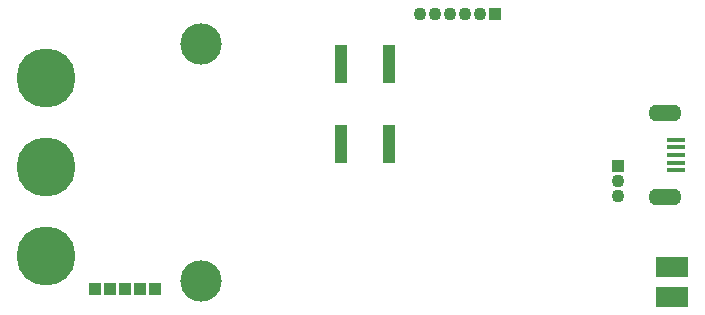
<source format=gbr>
%TF.GenerationSoftware,Altium Limited,Altium Designer,20.2.6 (244)*%
G04 Layer_Color=255*
%FSLAX45Y45*%
%MOMM*%
%TF.SameCoordinates,5B1E47F8-7F56-49C7-AB48-EE235D2752C7*%
%TF.FilePolarity,Positive*%
%TF.FileFunction,Pads,Bot*%
%TF.Part,Single*%
G01*
G75*
%TA.AperFunction,ComponentPad*%
%ADD48C,3.50000*%
%ADD49C,1.10000*%
%ADD50R,1.10000X1.10000*%
G04:AMPARAMS|DCode=51|XSize=1.1mm|YSize=1.1mm|CornerRadius=0.275mm|HoleSize=0mm|Usage=FLASHONLY|Rotation=270.000|XOffset=0mm|YOffset=0mm|HoleType=Round|Shape=RoundedRectangle|*
%AMROUNDEDRECTD51*
21,1,1.10000,0.55000,0,0,270.0*
21,1,0.55000,1.10000,0,0,270.0*
1,1,0.55000,-0.27500,-0.27500*
1,1,0.55000,-0.27500,0.27500*
1,1,0.55000,0.27500,0.27500*
1,1,0.55000,0.27500,-0.27500*
%
%ADD51ROUNDEDRECTD51*%
G04:AMPARAMS|DCode=52|XSize=1.1mm|YSize=1.1mm|CornerRadius=0.1375mm|HoleSize=0mm|Usage=FLASHONLY|Rotation=270.000|XOffset=0mm|YOffset=0mm|HoleType=Round|Shape=RoundedRectangle|*
%AMROUNDEDRECTD52*
21,1,1.10000,0.82500,0,0,270.0*
21,1,0.82500,1.10000,0,0,270.0*
1,1,0.27500,-0.41250,-0.41250*
1,1,0.27500,-0.41250,0.41250*
1,1,0.27500,0.41250,0.41250*
1,1,0.27500,0.41250,-0.41250*
%
%ADD52ROUNDEDRECTD52*%
%ADD53O,2.80000X1.40000*%
%ADD54R,1.10000X1.10000*%
%TA.AperFunction,SMDPad,CuDef*%
%ADD56R,2.70000X1.80000*%
%ADD57R,1.00000X3.20000*%
%ADD58R,1.50000X0.40000*%
%ADD59C,5.00000*%
D48*
X2000000Y2500000D02*
D03*
Y500000D02*
D03*
D49*
X3856000Y2760000D02*
D03*
X3983000D02*
D03*
X4110000D02*
D03*
X4237000D02*
D03*
X4364000D02*
D03*
X5530000Y1213000D02*
D03*
Y1340000D02*
D03*
D50*
X4491000Y2760000D02*
D03*
D51*
X1103000Y430000D02*
D03*
X1230000D02*
D03*
X1357000D02*
D03*
X1484000D02*
D03*
D52*
X1611000D02*
D03*
D53*
X5931000Y1207500D02*
D03*
Y1922500D02*
D03*
D54*
X5530000Y1467000D02*
D03*
D56*
X5990000Y363000D02*
D03*
Y617000D02*
D03*
D57*
X3590000Y1655025D02*
D03*
Y2335026D02*
D03*
X3190000D02*
D03*
Y1655025D02*
D03*
D58*
X6020000Y1435000D02*
D03*
Y1500000D02*
D03*
Y1565000D02*
D03*
Y1630000D02*
D03*
Y1695000D02*
D03*
D59*
X692500Y712500D02*
D03*
Y1460000D02*
D03*
Y2212500D02*
D03*
%TF.MD5,0392bbfcbe0cd7281ca83bb55741b53a*%
M02*

</source>
